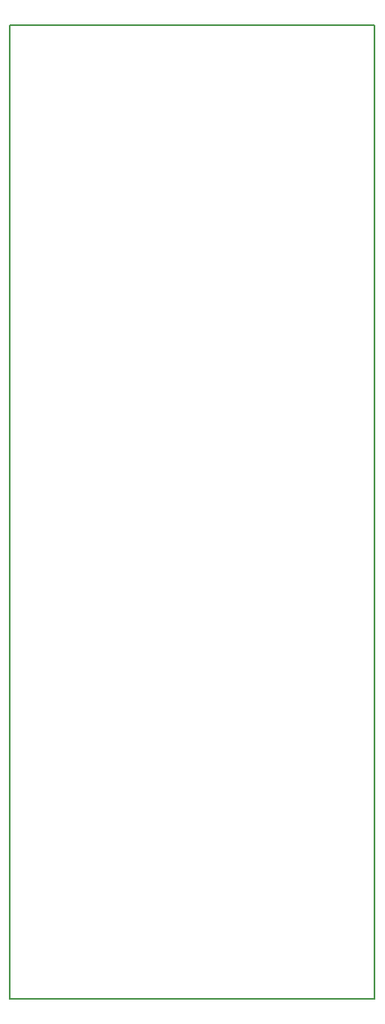
<source format=gm1>
G04 #@! TF.GenerationSoftware,KiCad,Pcbnew,9.0.6*
G04 #@! TF.CreationDate,2025-12-24T12:42:27-06:00*
G04 #@! TF.ProjectId,TVC,5456432e-6b69-4636-9164-5f7063625858,rev?*
G04 #@! TF.SameCoordinates,Original*
G04 #@! TF.FileFunction,Profile,NP*
%FSLAX46Y46*%
G04 Gerber Fmt 4.6, Leading zero omitted, Abs format (unit mm)*
G04 Created by KiCad (PCBNEW 9.0.6) date 2025-12-24 12:42:27*
%MOMM*%
%LPD*%
G01*
G04 APERTURE LIST*
G04 #@! TA.AperFunction,Profile*
%ADD10C,0.200000*%
G04 #@! TD*
G04 APERTURE END LIST*
D10*
X128511250Y-50165000D02*
X166611250Y-50165000D01*
X166611250Y-151765000D01*
X128511250Y-151765000D01*
X128511250Y-50165000D01*
M02*

</source>
